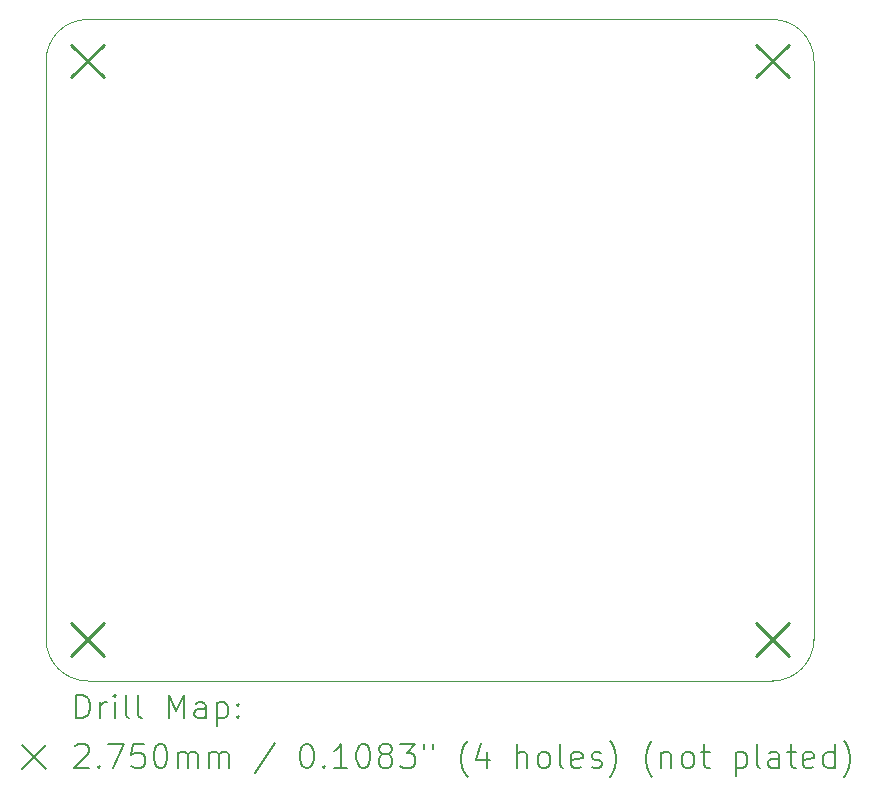
<source format=gbr>
%TF.GenerationSoftware,KiCad,Pcbnew,7.0.9*%
%TF.CreationDate,2023-12-26T00:02:28-07:00*%
%TF.ProjectId,midi_test,6d696469-5f74-4657-9374-2e6b69636164,rev?*%
%TF.SameCoordinates,Original*%
%TF.FileFunction,Drillmap*%
%TF.FilePolarity,Positive*%
%FSLAX45Y45*%
G04 Gerber Fmt 4.5, Leading zero omitted, Abs format (unit mm)*
G04 Created by KiCad (PCBNEW 7.0.9) date 2023-12-26 00:02:28*
%MOMM*%
%LPD*%
G01*
G04 APERTURE LIST*
%ADD10C,0.100000*%
%ADD11C,0.200000*%
%ADD12C,0.275000*%
G04 APERTURE END LIST*
D10*
X19650000Y-10000000D02*
G75*
G03*
X20000000Y-9650000I0J350000D01*
G01*
X13500000Y-9650000D02*
G75*
G03*
X13850000Y-10000000I350000J0D01*
G01*
X20000000Y-4750000D02*
G75*
G03*
X19650000Y-4400000I-350000J0D01*
G01*
X20000000Y-4750000D02*
X20000000Y-9650000D01*
X13850000Y-4400000D02*
X19650000Y-4400000D01*
X13500000Y-9650000D02*
X13500000Y-4750000D01*
X13850000Y-4400000D02*
G75*
G03*
X13500000Y-4750000I0J-350000D01*
G01*
X19650000Y-10000000D02*
X13850000Y-10000000D01*
D11*
D12*
X13712500Y-4612500D02*
X13987500Y-4887500D01*
X13987500Y-4612500D02*
X13712500Y-4887500D01*
X13712500Y-9512500D02*
X13987500Y-9787500D01*
X13987500Y-9512500D02*
X13712500Y-9787500D01*
X19512500Y-4612500D02*
X19787500Y-4887500D01*
X19787500Y-4612500D02*
X19512500Y-4887500D01*
X19512500Y-9512500D02*
X19787500Y-9787500D01*
X19787500Y-9512500D02*
X19512500Y-9787500D01*
D11*
X13755777Y-10316484D02*
X13755777Y-10116484D01*
X13755777Y-10116484D02*
X13803396Y-10116484D01*
X13803396Y-10116484D02*
X13831967Y-10126008D01*
X13831967Y-10126008D02*
X13851015Y-10145055D01*
X13851015Y-10145055D02*
X13860539Y-10164103D01*
X13860539Y-10164103D02*
X13870062Y-10202198D01*
X13870062Y-10202198D02*
X13870062Y-10230770D01*
X13870062Y-10230770D02*
X13860539Y-10268865D01*
X13860539Y-10268865D02*
X13851015Y-10287912D01*
X13851015Y-10287912D02*
X13831967Y-10306960D01*
X13831967Y-10306960D02*
X13803396Y-10316484D01*
X13803396Y-10316484D02*
X13755777Y-10316484D01*
X13955777Y-10316484D02*
X13955777Y-10183150D01*
X13955777Y-10221246D02*
X13965301Y-10202198D01*
X13965301Y-10202198D02*
X13974824Y-10192674D01*
X13974824Y-10192674D02*
X13993872Y-10183150D01*
X13993872Y-10183150D02*
X14012920Y-10183150D01*
X14079586Y-10316484D02*
X14079586Y-10183150D01*
X14079586Y-10116484D02*
X14070062Y-10126008D01*
X14070062Y-10126008D02*
X14079586Y-10135531D01*
X14079586Y-10135531D02*
X14089110Y-10126008D01*
X14089110Y-10126008D02*
X14079586Y-10116484D01*
X14079586Y-10116484D02*
X14079586Y-10135531D01*
X14203396Y-10316484D02*
X14184348Y-10306960D01*
X14184348Y-10306960D02*
X14174824Y-10287912D01*
X14174824Y-10287912D02*
X14174824Y-10116484D01*
X14308158Y-10316484D02*
X14289110Y-10306960D01*
X14289110Y-10306960D02*
X14279586Y-10287912D01*
X14279586Y-10287912D02*
X14279586Y-10116484D01*
X14536729Y-10316484D02*
X14536729Y-10116484D01*
X14536729Y-10116484D02*
X14603396Y-10259341D01*
X14603396Y-10259341D02*
X14670062Y-10116484D01*
X14670062Y-10116484D02*
X14670062Y-10316484D01*
X14851015Y-10316484D02*
X14851015Y-10211722D01*
X14851015Y-10211722D02*
X14841491Y-10192674D01*
X14841491Y-10192674D02*
X14822443Y-10183150D01*
X14822443Y-10183150D02*
X14784348Y-10183150D01*
X14784348Y-10183150D02*
X14765301Y-10192674D01*
X14851015Y-10306960D02*
X14831967Y-10316484D01*
X14831967Y-10316484D02*
X14784348Y-10316484D01*
X14784348Y-10316484D02*
X14765301Y-10306960D01*
X14765301Y-10306960D02*
X14755777Y-10287912D01*
X14755777Y-10287912D02*
X14755777Y-10268865D01*
X14755777Y-10268865D02*
X14765301Y-10249817D01*
X14765301Y-10249817D02*
X14784348Y-10240293D01*
X14784348Y-10240293D02*
X14831967Y-10240293D01*
X14831967Y-10240293D02*
X14851015Y-10230770D01*
X14946253Y-10183150D02*
X14946253Y-10383150D01*
X14946253Y-10192674D02*
X14965301Y-10183150D01*
X14965301Y-10183150D02*
X15003396Y-10183150D01*
X15003396Y-10183150D02*
X15022443Y-10192674D01*
X15022443Y-10192674D02*
X15031967Y-10202198D01*
X15031967Y-10202198D02*
X15041491Y-10221246D01*
X15041491Y-10221246D02*
X15041491Y-10278389D01*
X15041491Y-10278389D02*
X15031967Y-10297436D01*
X15031967Y-10297436D02*
X15022443Y-10306960D01*
X15022443Y-10306960D02*
X15003396Y-10316484D01*
X15003396Y-10316484D02*
X14965301Y-10316484D01*
X14965301Y-10316484D02*
X14946253Y-10306960D01*
X15127205Y-10297436D02*
X15136729Y-10306960D01*
X15136729Y-10306960D02*
X15127205Y-10316484D01*
X15127205Y-10316484D02*
X15117682Y-10306960D01*
X15117682Y-10306960D02*
X15127205Y-10297436D01*
X15127205Y-10297436D02*
X15127205Y-10316484D01*
X15127205Y-10192674D02*
X15136729Y-10202198D01*
X15136729Y-10202198D02*
X15127205Y-10211722D01*
X15127205Y-10211722D02*
X15117682Y-10202198D01*
X15117682Y-10202198D02*
X15127205Y-10192674D01*
X15127205Y-10192674D02*
X15127205Y-10211722D01*
X13295000Y-10545000D02*
X13495000Y-10745000D01*
X13495000Y-10545000D02*
X13295000Y-10745000D01*
X13746253Y-10555531D02*
X13755777Y-10546008D01*
X13755777Y-10546008D02*
X13774824Y-10536484D01*
X13774824Y-10536484D02*
X13822443Y-10536484D01*
X13822443Y-10536484D02*
X13841491Y-10546008D01*
X13841491Y-10546008D02*
X13851015Y-10555531D01*
X13851015Y-10555531D02*
X13860539Y-10574579D01*
X13860539Y-10574579D02*
X13860539Y-10593627D01*
X13860539Y-10593627D02*
X13851015Y-10622198D01*
X13851015Y-10622198D02*
X13736729Y-10736484D01*
X13736729Y-10736484D02*
X13860539Y-10736484D01*
X13946253Y-10717436D02*
X13955777Y-10726960D01*
X13955777Y-10726960D02*
X13946253Y-10736484D01*
X13946253Y-10736484D02*
X13936729Y-10726960D01*
X13936729Y-10726960D02*
X13946253Y-10717436D01*
X13946253Y-10717436D02*
X13946253Y-10736484D01*
X14022443Y-10536484D02*
X14155777Y-10536484D01*
X14155777Y-10536484D02*
X14070062Y-10736484D01*
X14327205Y-10536484D02*
X14231967Y-10536484D01*
X14231967Y-10536484D02*
X14222443Y-10631722D01*
X14222443Y-10631722D02*
X14231967Y-10622198D01*
X14231967Y-10622198D02*
X14251015Y-10612674D01*
X14251015Y-10612674D02*
X14298634Y-10612674D01*
X14298634Y-10612674D02*
X14317682Y-10622198D01*
X14317682Y-10622198D02*
X14327205Y-10631722D01*
X14327205Y-10631722D02*
X14336729Y-10650770D01*
X14336729Y-10650770D02*
X14336729Y-10698389D01*
X14336729Y-10698389D02*
X14327205Y-10717436D01*
X14327205Y-10717436D02*
X14317682Y-10726960D01*
X14317682Y-10726960D02*
X14298634Y-10736484D01*
X14298634Y-10736484D02*
X14251015Y-10736484D01*
X14251015Y-10736484D02*
X14231967Y-10726960D01*
X14231967Y-10726960D02*
X14222443Y-10717436D01*
X14460539Y-10536484D02*
X14479586Y-10536484D01*
X14479586Y-10536484D02*
X14498634Y-10546008D01*
X14498634Y-10546008D02*
X14508158Y-10555531D01*
X14508158Y-10555531D02*
X14517682Y-10574579D01*
X14517682Y-10574579D02*
X14527205Y-10612674D01*
X14527205Y-10612674D02*
X14527205Y-10660293D01*
X14527205Y-10660293D02*
X14517682Y-10698389D01*
X14517682Y-10698389D02*
X14508158Y-10717436D01*
X14508158Y-10717436D02*
X14498634Y-10726960D01*
X14498634Y-10726960D02*
X14479586Y-10736484D01*
X14479586Y-10736484D02*
X14460539Y-10736484D01*
X14460539Y-10736484D02*
X14441491Y-10726960D01*
X14441491Y-10726960D02*
X14431967Y-10717436D01*
X14431967Y-10717436D02*
X14422443Y-10698389D01*
X14422443Y-10698389D02*
X14412920Y-10660293D01*
X14412920Y-10660293D02*
X14412920Y-10612674D01*
X14412920Y-10612674D02*
X14422443Y-10574579D01*
X14422443Y-10574579D02*
X14431967Y-10555531D01*
X14431967Y-10555531D02*
X14441491Y-10546008D01*
X14441491Y-10546008D02*
X14460539Y-10536484D01*
X14612920Y-10736484D02*
X14612920Y-10603150D01*
X14612920Y-10622198D02*
X14622443Y-10612674D01*
X14622443Y-10612674D02*
X14641491Y-10603150D01*
X14641491Y-10603150D02*
X14670063Y-10603150D01*
X14670063Y-10603150D02*
X14689110Y-10612674D01*
X14689110Y-10612674D02*
X14698634Y-10631722D01*
X14698634Y-10631722D02*
X14698634Y-10736484D01*
X14698634Y-10631722D02*
X14708158Y-10612674D01*
X14708158Y-10612674D02*
X14727205Y-10603150D01*
X14727205Y-10603150D02*
X14755777Y-10603150D01*
X14755777Y-10603150D02*
X14774824Y-10612674D01*
X14774824Y-10612674D02*
X14784348Y-10631722D01*
X14784348Y-10631722D02*
X14784348Y-10736484D01*
X14879586Y-10736484D02*
X14879586Y-10603150D01*
X14879586Y-10622198D02*
X14889110Y-10612674D01*
X14889110Y-10612674D02*
X14908158Y-10603150D01*
X14908158Y-10603150D02*
X14936729Y-10603150D01*
X14936729Y-10603150D02*
X14955777Y-10612674D01*
X14955777Y-10612674D02*
X14965301Y-10631722D01*
X14965301Y-10631722D02*
X14965301Y-10736484D01*
X14965301Y-10631722D02*
X14974824Y-10612674D01*
X14974824Y-10612674D02*
X14993872Y-10603150D01*
X14993872Y-10603150D02*
X15022443Y-10603150D01*
X15022443Y-10603150D02*
X15041491Y-10612674D01*
X15041491Y-10612674D02*
X15051015Y-10631722D01*
X15051015Y-10631722D02*
X15051015Y-10736484D01*
X15441491Y-10526960D02*
X15270063Y-10784103D01*
X15698634Y-10536484D02*
X15717682Y-10536484D01*
X15717682Y-10536484D02*
X15736729Y-10546008D01*
X15736729Y-10546008D02*
X15746253Y-10555531D01*
X15746253Y-10555531D02*
X15755777Y-10574579D01*
X15755777Y-10574579D02*
X15765301Y-10612674D01*
X15765301Y-10612674D02*
X15765301Y-10660293D01*
X15765301Y-10660293D02*
X15755777Y-10698389D01*
X15755777Y-10698389D02*
X15746253Y-10717436D01*
X15746253Y-10717436D02*
X15736729Y-10726960D01*
X15736729Y-10726960D02*
X15717682Y-10736484D01*
X15717682Y-10736484D02*
X15698634Y-10736484D01*
X15698634Y-10736484D02*
X15679586Y-10726960D01*
X15679586Y-10726960D02*
X15670063Y-10717436D01*
X15670063Y-10717436D02*
X15660539Y-10698389D01*
X15660539Y-10698389D02*
X15651015Y-10660293D01*
X15651015Y-10660293D02*
X15651015Y-10612674D01*
X15651015Y-10612674D02*
X15660539Y-10574579D01*
X15660539Y-10574579D02*
X15670063Y-10555531D01*
X15670063Y-10555531D02*
X15679586Y-10546008D01*
X15679586Y-10546008D02*
X15698634Y-10536484D01*
X15851015Y-10717436D02*
X15860539Y-10726960D01*
X15860539Y-10726960D02*
X15851015Y-10736484D01*
X15851015Y-10736484D02*
X15841491Y-10726960D01*
X15841491Y-10726960D02*
X15851015Y-10717436D01*
X15851015Y-10717436D02*
X15851015Y-10736484D01*
X16051015Y-10736484D02*
X15936729Y-10736484D01*
X15993872Y-10736484D02*
X15993872Y-10536484D01*
X15993872Y-10536484D02*
X15974825Y-10565055D01*
X15974825Y-10565055D02*
X15955777Y-10584103D01*
X15955777Y-10584103D02*
X15936729Y-10593627D01*
X16174825Y-10536484D02*
X16193872Y-10536484D01*
X16193872Y-10536484D02*
X16212920Y-10546008D01*
X16212920Y-10546008D02*
X16222444Y-10555531D01*
X16222444Y-10555531D02*
X16231967Y-10574579D01*
X16231967Y-10574579D02*
X16241491Y-10612674D01*
X16241491Y-10612674D02*
X16241491Y-10660293D01*
X16241491Y-10660293D02*
X16231967Y-10698389D01*
X16231967Y-10698389D02*
X16222444Y-10717436D01*
X16222444Y-10717436D02*
X16212920Y-10726960D01*
X16212920Y-10726960D02*
X16193872Y-10736484D01*
X16193872Y-10736484D02*
X16174825Y-10736484D01*
X16174825Y-10736484D02*
X16155777Y-10726960D01*
X16155777Y-10726960D02*
X16146253Y-10717436D01*
X16146253Y-10717436D02*
X16136729Y-10698389D01*
X16136729Y-10698389D02*
X16127206Y-10660293D01*
X16127206Y-10660293D02*
X16127206Y-10612674D01*
X16127206Y-10612674D02*
X16136729Y-10574579D01*
X16136729Y-10574579D02*
X16146253Y-10555531D01*
X16146253Y-10555531D02*
X16155777Y-10546008D01*
X16155777Y-10546008D02*
X16174825Y-10536484D01*
X16355777Y-10622198D02*
X16336729Y-10612674D01*
X16336729Y-10612674D02*
X16327206Y-10603150D01*
X16327206Y-10603150D02*
X16317682Y-10584103D01*
X16317682Y-10584103D02*
X16317682Y-10574579D01*
X16317682Y-10574579D02*
X16327206Y-10555531D01*
X16327206Y-10555531D02*
X16336729Y-10546008D01*
X16336729Y-10546008D02*
X16355777Y-10536484D01*
X16355777Y-10536484D02*
X16393872Y-10536484D01*
X16393872Y-10536484D02*
X16412920Y-10546008D01*
X16412920Y-10546008D02*
X16422444Y-10555531D01*
X16422444Y-10555531D02*
X16431967Y-10574579D01*
X16431967Y-10574579D02*
X16431967Y-10584103D01*
X16431967Y-10584103D02*
X16422444Y-10603150D01*
X16422444Y-10603150D02*
X16412920Y-10612674D01*
X16412920Y-10612674D02*
X16393872Y-10622198D01*
X16393872Y-10622198D02*
X16355777Y-10622198D01*
X16355777Y-10622198D02*
X16336729Y-10631722D01*
X16336729Y-10631722D02*
X16327206Y-10641246D01*
X16327206Y-10641246D02*
X16317682Y-10660293D01*
X16317682Y-10660293D02*
X16317682Y-10698389D01*
X16317682Y-10698389D02*
X16327206Y-10717436D01*
X16327206Y-10717436D02*
X16336729Y-10726960D01*
X16336729Y-10726960D02*
X16355777Y-10736484D01*
X16355777Y-10736484D02*
X16393872Y-10736484D01*
X16393872Y-10736484D02*
X16412920Y-10726960D01*
X16412920Y-10726960D02*
X16422444Y-10717436D01*
X16422444Y-10717436D02*
X16431967Y-10698389D01*
X16431967Y-10698389D02*
X16431967Y-10660293D01*
X16431967Y-10660293D02*
X16422444Y-10641246D01*
X16422444Y-10641246D02*
X16412920Y-10631722D01*
X16412920Y-10631722D02*
X16393872Y-10622198D01*
X16498634Y-10536484D02*
X16622444Y-10536484D01*
X16622444Y-10536484D02*
X16555777Y-10612674D01*
X16555777Y-10612674D02*
X16584348Y-10612674D01*
X16584348Y-10612674D02*
X16603396Y-10622198D01*
X16603396Y-10622198D02*
X16612920Y-10631722D01*
X16612920Y-10631722D02*
X16622444Y-10650770D01*
X16622444Y-10650770D02*
X16622444Y-10698389D01*
X16622444Y-10698389D02*
X16612920Y-10717436D01*
X16612920Y-10717436D02*
X16603396Y-10726960D01*
X16603396Y-10726960D02*
X16584348Y-10736484D01*
X16584348Y-10736484D02*
X16527206Y-10736484D01*
X16527206Y-10736484D02*
X16508158Y-10726960D01*
X16508158Y-10726960D02*
X16498634Y-10717436D01*
X16698634Y-10536484D02*
X16698634Y-10574579D01*
X16774825Y-10536484D02*
X16774825Y-10574579D01*
X17070063Y-10812674D02*
X17060539Y-10803150D01*
X17060539Y-10803150D02*
X17041491Y-10774579D01*
X17041491Y-10774579D02*
X17031968Y-10755531D01*
X17031968Y-10755531D02*
X17022444Y-10726960D01*
X17022444Y-10726960D02*
X17012920Y-10679341D01*
X17012920Y-10679341D02*
X17012920Y-10641246D01*
X17012920Y-10641246D02*
X17022444Y-10593627D01*
X17022444Y-10593627D02*
X17031968Y-10565055D01*
X17031968Y-10565055D02*
X17041491Y-10546008D01*
X17041491Y-10546008D02*
X17060539Y-10517436D01*
X17060539Y-10517436D02*
X17070063Y-10507912D01*
X17231968Y-10603150D02*
X17231968Y-10736484D01*
X17184349Y-10526960D02*
X17136730Y-10669817D01*
X17136730Y-10669817D02*
X17260539Y-10669817D01*
X17489111Y-10736484D02*
X17489111Y-10536484D01*
X17574825Y-10736484D02*
X17574825Y-10631722D01*
X17574825Y-10631722D02*
X17565301Y-10612674D01*
X17565301Y-10612674D02*
X17546253Y-10603150D01*
X17546253Y-10603150D02*
X17517682Y-10603150D01*
X17517682Y-10603150D02*
X17498634Y-10612674D01*
X17498634Y-10612674D02*
X17489111Y-10622198D01*
X17698634Y-10736484D02*
X17679587Y-10726960D01*
X17679587Y-10726960D02*
X17670063Y-10717436D01*
X17670063Y-10717436D02*
X17660539Y-10698389D01*
X17660539Y-10698389D02*
X17660539Y-10641246D01*
X17660539Y-10641246D02*
X17670063Y-10622198D01*
X17670063Y-10622198D02*
X17679587Y-10612674D01*
X17679587Y-10612674D02*
X17698634Y-10603150D01*
X17698634Y-10603150D02*
X17727206Y-10603150D01*
X17727206Y-10603150D02*
X17746253Y-10612674D01*
X17746253Y-10612674D02*
X17755777Y-10622198D01*
X17755777Y-10622198D02*
X17765301Y-10641246D01*
X17765301Y-10641246D02*
X17765301Y-10698389D01*
X17765301Y-10698389D02*
X17755777Y-10717436D01*
X17755777Y-10717436D02*
X17746253Y-10726960D01*
X17746253Y-10726960D02*
X17727206Y-10736484D01*
X17727206Y-10736484D02*
X17698634Y-10736484D01*
X17879587Y-10736484D02*
X17860539Y-10726960D01*
X17860539Y-10726960D02*
X17851015Y-10707912D01*
X17851015Y-10707912D02*
X17851015Y-10536484D01*
X18031968Y-10726960D02*
X18012920Y-10736484D01*
X18012920Y-10736484D02*
X17974825Y-10736484D01*
X17974825Y-10736484D02*
X17955777Y-10726960D01*
X17955777Y-10726960D02*
X17946253Y-10707912D01*
X17946253Y-10707912D02*
X17946253Y-10631722D01*
X17946253Y-10631722D02*
X17955777Y-10612674D01*
X17955777Y-10612674D02*
X17974825Y-10603150D01*
X17974825Y-10603150D02*
X18012920Y-10603150D01*
X18012920Y-10603150D02*
X18031968Y-10612674D01*
X18031968Y-10612674D02*
X18041492Y-10631722D01*
X18041492Y-10631722D02*
X18041492Y-10650770D01*
X18041492Y-10650770D02*
X17946253Y-10669817D01*
X18117682Y-10726960D02*
X18136730Y-10736484D01*
X18136730Y-10736484D02*
X18174825Y-10736484D01*
X18174825Y-10736484D02*
X18193873Y-10726960D01*
X18193873Y-10726960D02*
X18203396Y-10707912D01*
X18203396Y-10707912D02*
X18203396Y-10698389D01*
X18203396Y-10698389D02*
X18193873Y-10679341D01*
X18193873Y-10679341D02*
X18174825Y-10669817D01*
X18174825Y-10669817D02*
X18146253Y-10669817D01*
X18146253Y-10669817D02*
X18127206Y-10660293D01*
X18127206Y-10660293D02*
X18117682Y-10641246D01*
X18117682Y-10641246D02*
X18117682Y-10631722D01*
X18117682Y-10631722D02*
X18127206Y-10612674D01*
X18127206Y-10612674D02*
X18146253Y-10603150D01*
X18146253Y-10603150D02*
X18174825Y-10603150D01*
X18174825Y-10603150D02*
X18193873Y-10612674D01*
X18270063Y-10812674D02*
X18279587Y-10803150D01*
X18279587Y-10803150D02*
X18298634Y-10774579D01*
X18298634Y-10774579D02*
X18308158Y-10755531D01*
X18308158Y-10755531D02*
X18317682Y-10726960D01*
X18317682Y-10726960D02*
X18327206Y-10679341D01*
X18327206Y-10679341D02*
X18327206Y-10641246D01*
X18327206Y-10641246D02*
X18317682Y-10593627D01*
X18317682Y-10593627D02*
X18308158Y-10565055D01*
X18308158Y-10565055D02*
X18298634Y-10546008D01*
X18298634Y-10546008D02*
X18279587Y-10517436D01*
X18279587Y-10517436D02*
X18270063Y-10507912D01*
X18631968Y-10812674D02*
X18622444Y-10803150D01*
X18622444Y-10803150D02*
X18603396Y-10774579D01*
X18603396Y-10774579D02*
X18593873Y-10755531D01*
X18593873Y-10755531D02*
X18584349Y-10726960D01*
X18584349Y-10726960D02*
X18574825Y-10679341D01*
X18574825Y-10679341D02*
X18574825Y-10641246D01*
X18574825Y-10641246D02*
X18584349Y-10593627D01*
X18584349Y-10593627D02*
X18593873Y-10565055D01*
X18593873Y-10565055D02*
X18603396Y-10546008D01*
X18603396Y-10546008D02*
X18622444Y-10517436D01*
X18622444Y-10517436D02*
X18631968Y-10507912D01*
X18708158Y-10603150D02*
X18708158Y-10736484D01*
X18708158Y-10622198D02*
X18717682Y-10612674D01*
X18717682Y-10612674D02*
X18736730Y-10603150D01*
X18736730Y-10603150D02*
X18765301Y-10603150D01*
X18765301Y-10603150D02*
X18784349Y-10612674D01*
X18784349Y-10612674D02*
X18793873Y-10631722D01*
X18793873Y-10631722D02*
X18793873Y-10736484D01*
X18917682Y-10736484D02*
X18898634Y-10726960D01*
X18898634Y-10726960D02*
X18889111Y-10717436D01*
X18889111Y-10717436D02*
X18879587Y-10698389D01*
X18879587Y-10698389D02*
X18879587Y-10641246D01*
X18879587Y-10641246D02*
X18889111Y-10622198D01*
X18889111Y-10622198D02*
X18898634Y-10612674D01*
X18898634Y-10612674D02*
X18917682Y-10603150D01*
X18917682Y-10603150D02*
X18946254Y-10603150D01*
X18946254Y-10603150D02*
X18965301Y-10612674D01*
X18965301Y-10612674D02*
X18974825Y-10622198D01*
X18974825Y-10622198D02*
X18984349Y-10641246D01*
X18984349Y-10641246D02*
X18984349Y-10698389D01*
X18984349Y-10698389D02*
X18974825Y-10717436D01*
X18974825Y-10717436D02*
X18965301Y-10726960D01*
X18965301Y-10726960D02*
X18946254Y-10736484D01*
X18946254Y-10736484D02*
X18917682Y-10736484D01*
X19041492Y-10603150D02*
X19117682Y-10603150D01*
X19070063Y-10536484D02*
X19070063Y-10707912D01*
X19070063Y-10707912D02*
X19079587Y-10726960D01*
X19079587Y-10726960D02*
X19098634Y-10736484D01*
X19098634Y-10736484D02*
X19117682Y-10736484D01*
X19336730Y-10603150D02*
X19336730Y-10803150D01*
X19336730Y-10612674D02*
X19355777Y-10603150D01*
X19355777Y-10603150D02*
X19393873Y-10603150D01*
X19393873Y-10603150D02*
X19412920Y-10612674D01*
X19412920Y-10612674D02*
X19422444Y-10622198D01*
X19422444Y-10622198D02*
X19431968Y-10641246D01*
X19431968Y-10641246D02*
X19431968Y-10698389D01*
X19431968Y-10698389D02*
X19422444Y-10717436D01*
X19422444Y-10717436D02*
X19412920Y-10726960D01*
X19412920Y-10726960D02*
X19393873Y-10736484D01*
X19393873Y-10736484D02*
X19355777Y-10736484D01*
X19355777Y-10736484D02*
X19336730Y-10726960D01*
X19546254Y-10736484D02*
X19527206Y-10726960D01*
X19527206Y-10726960D02*
X19517682Y-10707912D01*
X19517682Y-10707912D02*
X19517682Y-10536484D01*
X19708158Y-10736484D02*
X19708158Y-10631722D01*
X19708158Y-10631722D02*
X19698635Y-10612674D01*
X19698635Y-10612674D02*
X19679587Y-10603150D01*
X19679587Y-10603150D02*
X19641492Y-10603150D01*
X19641492Y-10603150D02*
X19622444Y-10612674D01*
X19708158Y-10726960D02*
X19689111Y-10736484D01*
X19689111Y-10736484D02*
X19641492Y-10736484D01*
X19641492Y-10736484D02*
X19622444Y-10726960D01*
X19622444Y-10726960D02*
X19612920Y-10707912D01*
X19612920Y-10707912D02*
X19612920Y-10688865D01*
X19612920Y-10688865D02*
X19622444Y-10669817D01*
X19622444Y-10669817D02*
X19641492Y-10660293D01*
X19641492Y-10660293D02*
X19689111Y-10660293D01*
X19689111Y-10660293D02*
X19708158Y-10650770D01*
X19774825Y-10603150D02*
X19851015Y-10603150D01*
X19803396Y-10536484D02*
X19803396Y-10707912D01*
X19803396Y-10707912D02*
X19812920Y-10726960D01*
X19812920Y-10726960D02*
X19831968Y-10736484D01*
X19831968Y-10736484D02*
X19851015Y-10736484D01*
X19993873Y-10726960D02*
X19974825Y-10736484D01*
X19974825Y-10736484D02*
X19936730Y-10736484D01*
X19936730Y-10736484D02*
X19917682Y-10726960D01*
X19917682Y-10726960D02*
X19908158Y-10707912D01*
X19908158Y-10707912D02*
X19908158Y-10631722D01*
X19908158Y-10631722D02*
X19917682Y-10612674D01*
X19917682Y-10612674D02*
X19936730Y-10603150D01*
X19936730Y-10603150D02*
X19974825Y-10603150D01*
X19974825Y-10603150D02*
X19993873Y-10612674D01*
X19993873Y-10612674D02*
X20003396Y-10631722D01*
X20003396Y-10631722D02*
X20003396Y-10650770D01*
X20003396Y-10650770D02*
X19908158Y-10669817D01*
X20174825Y-10736484D02*
X20174825Y-10536484D01*
X20174825Y-10726960D02*
X20155777Y-10736484D01*
X20155777Y-10736484D02*
X20117682Y-10736484D01*
X20117682Y-10736484D02*
X20098635Y-10726960D01*
X20098635Y-10726960D02*
X20089111Y-10717436D01*
X20089111Y-10717436D02*
X20079587Y-10698389D01*
X20079587Y-10698389D02*
X20079587Y-10641246D01*
X20079587Y-10641246D02*
X20089111Y-10622198D01*
X20089111Y-10622198D02*
X20098635Y-10612674D01*
X20098635Y-10612674D02*
X20117682Y-10603150D01*
X20117682Y-10603150D02*
X20155777Y-10603150D01*
X20155777Y-10603150D02*
X20174825Y-10612674D01*
X20251016Y-10812674D02*
X20260539Y-10803150D01*
X20260539Y-10803150D02*
X20279587Y-10774579D01*
X20279587Y-10774579D02*
X20289111Y-10755531D01*
X20289111Y-10755531D02*
X20298635Y-10726960D01*
X20298635Y-10726960D02*
X20308158Y-10679341D01*
X20308158Y-10679341D02*
X20308158Y-10641246D01*
X20308158Y-10641246D02*
X20298635Y-10593627D01*
X20298635Y-10593627D02*
X20289111Y-10565055D01*
X20289111Y-10565055D02*
X20279587Y-10546008D01*
X20279587Y-10546008D02*
X20260539Y-10517436D01*
X20260539Y-10517436D02*
X20251016Y-10507912D01*
M02*

</source>
